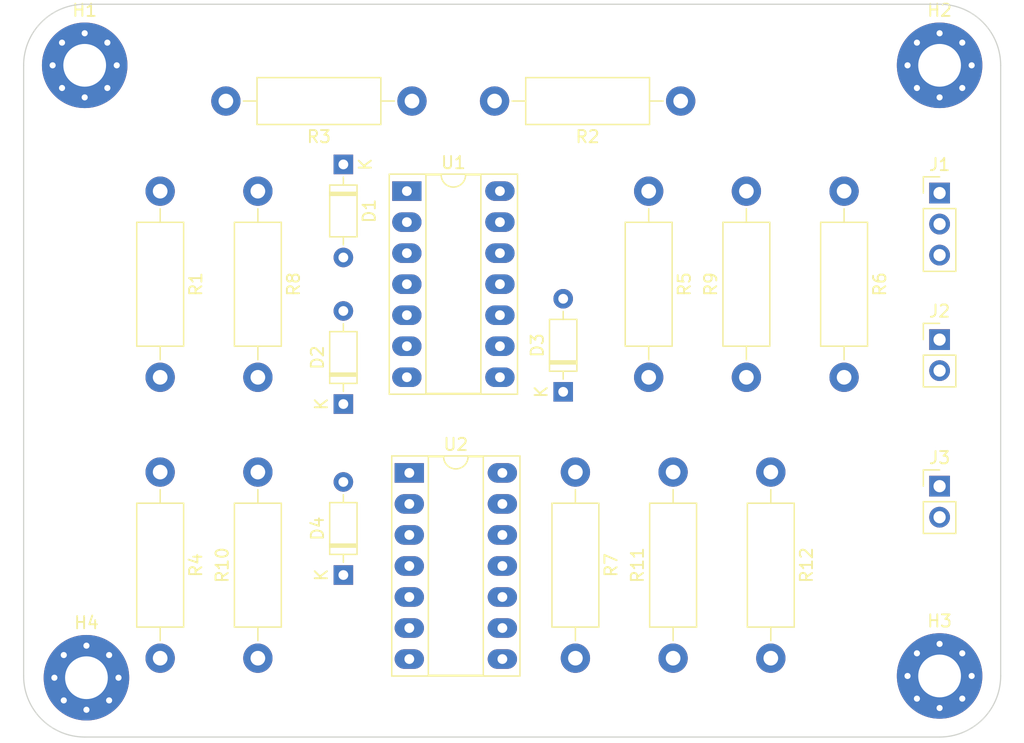
<source format=kicad_pcb>
(kicad_pcb (version 20221018) (generator pcbnew)
  (layers (0 "F.Cu" signal) (31 "B.Cu" signal) (34 "B.Paste" user) (35 "F.Paste" user) (36 "B.SilkS" user "B.Silkscreen") (37 "F.SilkS" user "F.Silkscreen") (38 "B.Mask" user) (39 "F.Mask" user) (44 "Edge.Cuts" user))
  (net 0 "")
  (net 1 "Net-(D1-K)")
  (net 2 "Net-(D1-A)")
  (net 3 "Net-(D2-K)")
  (net 4 "Net-(D2-A)")
  (net 5 "Net-(D3-K)")
  (net 6 "Net-(D3-A)")
  (net 7 "Net-(D4-K)")
  (net 8 "Net-(D4-A)")
  (net 9 "Input 1")
  (net 10 "Input 2")
  (net 11 "Output")
  (net 12 "GND")
  (net 13 "Net-(U2A-+)")
  (net 14 "+3V0")
  (net 15 "Net-(U1D-+)")
  (net 16 "Net-(R11-Pad1)")
  (net 17 "Net-(R8-Pad1)")
  (net 18 "Net-(U2C-+)")
  (net 19 "VCC")
  (net 20 "VDD")
  (footprint "Diode_THT:D_DO-35_SOD27_P7.62mm_Horizontal" (layer "F.Cu") (at 196.18 124.735 90)
    (fp_text reference "D4" (at 3.81 -2.12 90) (layer "F.SilkS"))
    (fp_text value "1N4148")
    (fp_text user "K" (at 0 -1.8 90) (layer "F.SilkS"))
    (fp_line (start 1.04 0) (end 1.69 0) (stroke (width 0.12)) (layer "F.SilkS"))
    (fp_line (start 1.69 -1.12) (end 1.69 1.12) (stroke (width 0.12)) (layer "F.SilkS"))
    (fp_line (start 1.69 1.12) (end 5.93 1.12) (stroke (width 0.12)) (layer "F.SilkS"))
    (fp_line (start 2.29 -1.12) (end 2.29 1.12) (stroke (width 0.12)) (layer "F.SilkS"))
    (fp_line (start 2.41 -1.12) (end 2.41 1.12) (stroke (width 0.12)) (layer "F.SilkS"))
    (fp_line (start 2.53 -1.12) (end 2.53 1.12) (stroke (width 0.12)) (layer "F.SilkS"))
    (fp_line (start 5.93 -1.12) (end 1.69 -1.12) (stroke (width 0.12)) (layer "F.SilkS"))
    (fp_line (start 5.93 1.12) (end 5.93 -1.12) (stroke (width 0.12)) (layer "F.SilkS"))
    (fp_line (start 6.58 0) (end 5.93 0) (stroke (width 0.12)) (layer "F.SilkS"))
    (pad "1" thru_hole rect (at 0 0 90) (size 1.6 1.6) (drill 0.8) (layers "*.Cu" "*.Mask") (net 7 "Net-(D4-K)"))
    (pad "2" thru_hole oval (at 7.62 0 90) (size 1.6 1.6) (drill 0.8) (layers "*.Cu" "*.Mask") (net 8 "Net-(D4-A)"))
  )
  (footprint "Connector_PinHeader_2.54mm:PinHeader_1x03_P2.54mm_Vertical" (layer "F.Cu") (at 245 93.46)
    (fp_text reference "J1" (at 0 -2.33) (layer "F.SilkS"))
    (fp_text value "Conn_01x03_Pin")
    (fp_line (start -1.33 -1.33) (end 0 -1.33) (stroke (width 0.12)) (layer "F.SilkS"))
    (fp_line (start -1.33 0) (end -1.33 -1.33) (stroke (width 0.12)) (layer "F.SilkS"))
    (fp_line (start -1.33 1.27) (end -1.33 6.41) (stroke (width 0.12)) (layer "F.SilkS"))
    (fp_line (start -1.33 1.27) (end 1.33 1.27) (stroke (width 0.12)) (layer "F.SilkS"))
    (fp_line (start -1.33 6.41) (end 1.33 6.41) (stroke (width 0.12)) (layer "F.SilkS"))
    (fp_line (start 1.33 1.27) (end 1.33 6.41) (stroke (width 0.12)) (layer "F.SilkS"))
    (pad "1" thru_hole rect (at 0 0) (size 1.7 1.7) (drill 1) (layers "*.Cu" "*.Mask") (net 9 "Input 1"))
    (pad "2" thru_hole oval (at 0 2.54) (size 1.7 1.7) (drill 1) (layers "*.Cu" "*.Mask") (net 10 "Input 2"))
    (pad "3" thru_hole oval (at 0 5.08) (size 1.7 1.7) (drill 1) (layers "*.Cu" "*.Mask") (net 11 "Output"))
  )
  (footprint "Resistor_THT:R_Axial_DIN0411_L9.9mm_D3.6mm_P15.24mm_Horizontal" (layer "F.Cu") (at 237.18 93.305 -90)
    (fp_text reference "R6" (at 7.62 -2.92 90) (layer "F.SilkS"))
    (fp_text value "R_Small")
    (fp_line (start 1.44 0) (end 2.55 0) (stroke (width 0.12)) (layer "F.SilkS"))
    (fp_line (start 2.55 -1.92) (end 2.55 1.92) (stroke (width 0.12)) (layer "F.SilkS"))
    (fp_line (start 2.55 1.92) (end 12.69 1.92) (stroke (width 0.12)) (layer "F.SilkS"))
    (fp_line (start 12.69 -1.92) (end 2.55 -1.92) (stroke (width 0.12)) (layer "F.SilkS"))
    (fp_line (start 12.69 1.92) (end 12.69 -1.92) (stroke (width 0.12)) (layer "F.SilkS"))
    (fp_line (start 13.8 0) (end 12.69 0) (stroke (width 0.12)) (layer "F.SilkS"))
    (pad "1" thru_hole circle (at 0 0 270) (size 2.4 2.4) (drill 1.2) (layers "*.Cu" "*.Mask") (net 5 "Net-(D3-K)"))
    (pad "2" thru_hole oval (at 15.24 0 270) (size 2.4 2.4) (drill 1.2) (layers "*.Cu" "*.Mask") (net 15 "Net-(U1D-+)"))
  )
  (footprint "Diode_THT:D_DO-35_SOD27_P7.62mm_Horizontal" (layer "F.Cu") (at 214.18 109.735 90)
    (fp_text reference "D3" (at 3.81 -2.12 90) (layer "F.SilkS"))
    (fp_text value "1N4148")
    (fp_text user "K" (at 0 -1.8 90) (layer "F.SilkS"))
    (fp_line (start 1.04 0) (end 1.69 0) (stroke (width 0.12)) (layer "F.SilkS"))
    (fp_line (start 1.69 -1.12) (end 1.69 1.12) (stroke (width 0.12)) (layer "F.SilkS"))
    (fp_line (start 1.69 1.12) (end 5.93 1.12) (stroke (width 0.12)) (layer "F.SilkS"))
    (fp_line (start 2.29 -1.12) (end 2.29 1.12) (stroke (width 0.12)) (layer "F.SilkS"))
    (fp_line (start 2.41 -1.12) (end 2.41 1.12) (stroke (width 0.12)) (layer "F.SilkS"))
    (fp_line (start 2.53 -1.12) (end 2.53 1.12) (stroke (width 0.12)) (layer "F.SilkS"))
    (fp_line (start 5.93 -1.12) (end 1.69 -1.12) (stroke (width 0.12)) (layer "F.SilkS"))
    (fp_line (start 5.93 1.12) (end 5.93 -1.12) (stroke (width 0.12)) (layer "F.SilkS"))
    (fp_line (start 6.58 0) (end 5.93 0) (stroke (width 0.12)) (layer "F.SilkS"))
    (pad "1" thru_hole rect (at 0 0 90) (size 1.6 1.6) (drill 0.8) (layers "*.Cu" "*.Mask") (net 5 "Net-(D3-K)"))
    (pad "2" thru_hole oval (at 7.62 0 90) (size 1.6 1.6) (drill 0.8) (layers "*.Cu" "*.Mask") (net 6 "Net-(D3-A)"))
  )
  (footprint "Resistor_THT:R_Axial_DIN0411_L9.9mm_D3.6mm_P15.24mm_Horizontal" (layer "F.Cu") (at 189.18 131.545 90)
    (fp_text reference "R10" (at 7.62 -2.92 90) (layer "F.SilkS"))
    (fp_text value "R_Small")
    (fp_line (start 1.44 0) (end 2.55 0) (stroke (width 0.12)) (layer "F.SilkS"))
    (fp_line (start 2.55 -1.92) (end 2.55 1.92) (stroke (width 0.12)) (layer "F.SilkS"))
    (fp_line (start 2.55 1.92) (end 12.69 1.92) (stroke (width 0.12)) (layer "F.SilkS"))
    (fp_line (start 12.69 -1.92) (end 2.55 -1.92) (stroke (width 0.12)) (layer "F.SilkS"))
    (fp_line (start 12.69 1.92) (end 12.69 -1.92) (stroke (width 0.12)) (layer "F.SilkS"))
    (fp_line (start 13.8 0) (end 12.69 0) (stroke (width 0.12)) (layer "F.SilkS"))
    (pad "1" thru_hole circle (at 0 0 90) (size 2.4 2.4) (drill 1.2) (layers "*.Cu" "*.Mask") (net 13 "Net-(U2A-+)"))
    (pad "2" thru_hole oval (at 15.24 0 90) (size 2.4 2.4) (drill 1.2) (layers "*.Cu" "*.Mask") (net 8 "Net-(D4-A)"))
  )
  (footprint "Package_DIP:DIP-14_W7.62mm_Socket_LongPads" (layer "F.Cu") (at 201.38 93.3)
    (fp_text reference "U1" (at 3.81 -2.33) (layer "F.SilkS"))
    (fp_text value "TL084")
    (fp_line (start -1.44 -1.39) (end -1.44 16.63) (stroke (width 0.12)) (layer "F.SilkS"))
    (fp_line (start -1.44 16.63) (end 9.06 16.63) (stroke (width 0.12)) (layer "F.SilkS"))
    (fp_line (start 1.56 -1.33) (end 1.56 16.57) (stroke (width 0.12)) (layer "F.SilkS"))
    (fp_line (start 1.56 16.57) (end 6.06 16.57) (stroke (width 0.12)) (layer "F.SilkS"))
    (fp_line (start 2.81 -1.33) (end 1.56 -1.33) (stroke (width 0.12)) (layer "F.SilkS"))
    (fp_line (start 6.06 -1.33) (end 4.81 -1.33) (stroke (width 0.12)) (layer "F.SilkS"))
    (fp_line (start 6.06 16.57) (end 6.06 -1.33) (stroke (width 0.12)) (layer "F.SilkS"))
    (fp_line (start 9.06 -1.39) (end -1.44 -1.39) (stroke (width 0.12)) (layer "F.SilkS"))
    (fp_line (start 9.06 16.63) (end 9.06 -1.39) (stroke (width 0.12)) (layer "F.SilkS"))
    (fp_arc (start 4.81 -1.33) (mid 3.81 -0.33) (end 2.81 -1.33) (stroke (width 0.12)) (layer "F.SilkS"))
    (pad "1" thru_hole rect (at 0 0) (size 2.4 1.6) (drill 0.8) (layers "*.Cu" "*.Mask") (net 1 "Net-(D1-K)"))
    (pad "2" thru_hole oval (at 0 2.54) (size 2.4 1.6) (drill 0.8) (layers "*.Cu" "*.Mask") (net 12 "GND"))
    (pad "3" thru_hole oval (at 0 5.08) (size 2.4 1.6) (drill 0.8) (layers "*.Cu" "*.Mask") (net 2 "Net-(D1-A)"))
    (pad "4" thru_hole oval (at 0 7.62) (size 2.4 1.6) (drill 0.8) (layers "*.Cu" "*.Mask") (net 19 "VCC"))
    (pad "5" thru_hole oval (at 0 10.16) (size 2.4 1.6) (drill 0.8) (layers "*.Cu" "*.Mask") (net 4 "Net-(D2-A)"))
    (pad "6" thru_hole oval (at 0 12.7) (size 2.4 1.6) (drill 0.8) (layers "*.Cu" "*.Mask") (net 12 "GND"))
    (pad "7" thru_hole oval (at 0 15.24) (size 2.4 1.6) (drill 0.8) (layers "*.Cu" "*.Mask") (net 3 "Net-(D2-K)"))
    (pad "8" thru_hole oval (at 7.62 15.24) (size 2.4 1.6) (drill 0.8) (layers "*.Cu" "*.Mask") (net 5 "Net-(D3-K)"))
    (pad "9" thru_hole oval (at 7.62 12.7) (size 2.4 1.6) (drill 0.8) (layers "*.Cu" "*.Mask") (net 12 "GND"))
    (pad "10" thru_hole oval (at 7.62 10.16) (size 2.4 1.6) (drill 0.8) (layers "*.Cu" "*.Mask") (net 6 "Net-(D3-A)"))
    (pad "11" thru_hole oval (at 7.62 7.62) (size 2.4 1.6) (drill 0.8) (layers "*.Cu" "*.Mask") (net 20 "VDD"))
    (pad "12" thru_hole oval (at 7.62 5.08) (size 2.4 1.6) (drill 0.8) (layers "*.Cu" "*.Mask") (net 15 "Net-(U1D-+)"))
    (pad "13" thru_hole oval (at 7.62 2.54) (size 2.4 1.6) (drill 0.8) (layers "*.Cu" "*.Mask") (net 12 "GND"))
    (pad "14" thru_hole oval (at 7.62 0) (size 2.4 1.6) (drill 0.8) (layers "*.Cu" "*.Mask") (net 17 "Net-(R8-Pad1)"))
  )
  (footprint "Resistor_THT:R_Axial_DIN0411_L9.9mm_D3.6mm_P15.24mm_Horizontal" (layer "F.Cu") (at 215.18 116.305 -90)
    (fp_text reference "R7" (at 7.62 -2.92 90) (layer "F.SilkS"))
    (fp_text value "R_Small")
    (fp_line (start 1.44 0) (end 2.55 0) (stroke (width 0.12)) (layer "F.SilkS"))
    (fp_line (start 2.55 -1.92) (end 2.55 1.92) (stroke (width 0.12)) (layer "F.SilkS"))
    (fp_line (start 2.55 1.92) (end 12.69 1.92) (stroke (width 0.12)) (layer "F.SilkS"))
    (fp_line (start 12.69 -1.92) (end 2.55 -1.92) (stroke (width 0.12)) (layer "F.SilkS"))
    (fp_line (start 12.69 1.92) (end 12.69 -1.92) (stroke (width 0.12)) (layer "F.SilkS"))
    (fp_line (start 13.8 0) (end 12.69 0) (stroke (width 0.12)) (layer "F.SilkS"))
    (pad "1" thru_hole circle (at 0 0 270) (size 2.4 2.4) (drill 1.2) (layers "*.Cu" "*.Mask") (net 7 "Net-(D4-K)"))
    (pad "2" thru_hole oval (at 15.24 0 270) (size 2.4 2.4) (drill 1.2) (layers "*.Cu" "*.Mask") (net 16 "Net-(R11-Pad1)"))
  )
  (footprint "Resistor_THT:R_Axial_DIN0411_L9.9mm_D3.6mm_P15.24mm_Horizontal" (layer "F.Cu") (at 181.18 116.305 -90)
    (fp_text reference "R4" (at 7.62 -2.92 -90) (layer "F.SilkS"))
    (fp_text value "R_Small")
    (fp_line (start 1.44 0) (end 2.55 0) (stroke (width 0.12)) (layer "F.SilkS"))
    (fp_line (start 2.55 -1.92) (end 2.55 1.92) (stroke (width 0.12)) (layer "F.SilkS"))
    (fp_line (start 2.55 1.92) (end 12.69 1.92) (stroke (width 0.12)) (layer "F.SilkS"))
    (fp_line (start 12.69 -1.92) (end 2.55 -1.92) (stroke (width 0.12)) (layer "F.SilkS"))
    (fp_line (start 12.69 1.92) (end 12.69 -1.92) (stroke (width 0.12)) (layer "F.SilkS"))
    (fp_line (start 13.8 0) (end 12.69 0) (stroke (width 0.12)) (layer "F.SilkS"))
    (pad "1" thru_hole circle (at 0 0 270) (size 2.4 2.4) (drill 1.2) (layers "*.Cu" "*.Mask") (net 3 "Net-(D2-K)"))
    (pad "2" thru_hole oval (at 15.24 0 270) (size 2.4 2.4) (drill 1.2) (layers "*.Cu" "*.Mask") (net 13 "Net-(U2A-+)"))
  )
  (footprint "MountingHole:MountingHole_3.5mm_Pad_Via" (layer "F.Cu") (at 245 133)
    (fp_text reference "H3" (at 0 -4.5) (layer "F.SilkS"))
    (fp_text value "MountingHole_Pad")
    (pad "1" thru_hole circle (at -2.625 0) (size 0.8 0.8) (drill 0.5) (layers "*.Cu" "*.Mask") (net 12 "GND"))
    (pad "1" thru_hole circle (at -1.856155 -1.856155) (size 0.8 0.8) (drill 0.5) (layers "*.Cu" "*.Mask") (net 12 "GND"))
    (pad "1" thru_hole circle (at -1.856155 1.856155) (size 0.8 0.8) (drill 0.5) (layers "*.Cu" "*.Mask") (net 12 "GND"))
    (pad "1" thru_hole circle (at 0 -2.625) (size 0.8 0.8) (drill 0.5) (layers "*.Cu" "*.Mask") (net 12 "GND"))
    (pad "1" thru_hole circle (at 0 0) (size 7 7) (drill 3.5) (layers "*.Cu" "*.Mask") (net 12 "GND"))
    (pad "1" thru_hole circle (at 0 2.625) (size 0.8 0.8) (drill 0.5) (layers "*.Cu" "*.Mask") (net 12 "GND"))
    (pad "1" thru_hole circle (at 1.856155 -1.856155) (size 0.8 0.8) (drill 0.5) (layers "*.Cu" "*.Mask") (net 12 "GND"))
    (pad "1" thru_hole circle (at 1.856155 1.856155) (size 0.8 0.8) (drill 0.5) (layers "*.Cu" "*.Mask") (net 12 "GND"))
    (pad "1" thru_hole circle (at 2.625 0) (size 0.8 0.8) (drill 0.5) (layers "*.Cu" "*.Mask") (net 12 "GND"))
  )
  (footprint "Diode_THT:D_DO-35_SOD27_P7.62mm_Horizontal" (layer "F.Cu") (at 196.18 110.735 90)
    (fp_text reference "D2" (at 3.81 -2.12 90) (layer "F.SilkS"))
    (fp_text value "1N4148")
    (fp_text user "K" (at 0 -1.8 90) (layer "F.SilkS"))
    (fp_line (start 1.04 0) (end 1.69 0) (stroke (width 0.12)) (layer "F.SilkS"))
    (fp_line (start 1.69 -1.12) (end 1.69 1.12) (stroke (width 0.12)) (layer "F.SilkS"))
    (fp_line (start 1.69 1.12) (end 5.93 1.12) (stroke (width 0.12)) (layer "F.SilkS"))
    (fp_line (start 2.29 -1.12) (end 2.29 1.12) (stroke (width 0.12)) (layer "F.SilkS"))
    (fp_line (start 2.41 -1.12) (end 2.41 1.12) (stroke (width 0.12)) (layer "F.SilkS"))
    (fp_line (start 2.53 -1.12) (end 2.53 1.12) (stroke (width 0.12)) (layer "F.SilkS"))
    (fp_line (start 5.93 -1.12) (end 1.69 -1.12) (stroke (width 0.12)) (layer "F.SilkS"))
    (fp_line (start 5.93 1.12) (end 5.93 -1.12) (stroke (width 0.12)) (layer "F.SilkS"))
    (fp_line (start 6.58 0) (end 5.93 0) (stroke (width 0.12)) (layer "F.SilkS"))
    (pad "1" thru_hole rect (at 0 0 90) (size 1.6 1.6) (drill 0.8) (layers "*.Cu" "*.Mask") (net 3 "Net-(D2-K)"))
    (pad "2" thru_hole oval (at 7.62 0 90) (size 1.6 1.6) (drill 0.8) (layers "*.Cu" "*.Mask") (net 4 "Net-(D2-A)"))
  )
  (footprint "Resistor_THT:R_Axial_DIN0411_L9.9mm_D3.6mm_P15.24mm_Horizontal" (layer "F.Cu") (at 229.18 108.545 90)
    (fp_text reference "R9" (at 7.62 -2.92 90) (layer "F.SilkS"))
    (fp_text value "R_Small")
    (fp_line (start 1.44 0) (end 2.55 0) (stroke (width 0.12)) (layer "F.SilkS"))
    (fp_line (start 2.55 -1.92) (end 2.55 1.92) (stroke (width 0.12)) (layer "F.SilkS"))
    (fp_line (start 2.55 1.92) (end 12.69 1.92) (stroke (width 0.12)) (layer "F.SilkS"))
    (fp_line (start 12.69 -1.92) (end 2.55 -1.92) (stroke (width 0.12)) (layer "F.SilkS"))
    (fp_line (start 12.69 1.92) (end 12.69 -1.92) (stroke (width 0.12)) (layer "F.SilkS"))
    (fp_line (start 13.8 0) (end 12.69 0) (stroke (width 0.12)) (layer "F.SilkS"))
    (pad "1" thru_hole circle (at 0 0 90) (size 2.4 2.4) (drill 1.2) (layers "*.Cu" "*.Mask") (net 15 "Net-(U1D-+)"))
    (pad "2" thru_hole oval (at 15.24 0 90) (size 2.4 2.4) (drill 1.2) (layers "*.Cu" "*.Mask") (net 17 "Net-(R8-Pad1)"))
  )
  (footprint "MountingHole:MountingHole_3.5mm_Pad_Via" (layer "F.Cu") (at 245 83)
    (fp_text reference "H2" (at 0 -4.5) (layer "F.SilkS"))
    (fp_text value "MountingHole_Pad")
    (pad "1" thru_hole circle (at -2.625 0) (size 0.8 0.8) (drill 0.5) (layers "*.Cu" "*.Mask") (net 12 "GND"))
    (pad "1" thru_hole circle (at -1.856155 -1.856155) (size 0.8 0.8) (drill 0.5) (layers "*.Cu" "*.Mask") (net 12 "GND"))
    (pad "1" thru_hole circle (at -1.856155 1.856155) (size 0.8 0.8) (drill 0.5) (layers "*.Cu" "*.Mask") (net 12 "GND"))
    (pad "1" thru_hole circle (at 0 -2.625) (size 0.8 0.8) (drill 0.5) (layers "*.Cu" "*.Mask") (net 12 "GND"))
    (pad "1" thru_hole circle (at 0 0) (size 7 7) (drill 3.5) (layers "*.Cu" "*.Mask") (net 12 "GND"))
    (pad "1" thru_hole circle (at 0 2.625) (size 0.8 0.8) (drill 0.5) (layers "*.Cu" "*.Mask") (net 12 "GND"))
    (pad "1" thru_hole circle (at 1.856155 -1.856155) (size 0.8 0.8) (drill 0.5) (layers "*.Cu" "*.Mask") (net 12 "GND"))
    (pad "1" thru_hole circle (at 1.856155 1.856155) (size 0.8 0.8) (drill 0.5) (layers "*.Cu" "*.Mask") (net 12 "GND"))
    (pad "1" thru_hole circle (at 2.625 0) (size 0.8 0.8) (drill 0.5) (layers "*.Cu" "*.Mask") (net 12 "GND"))
  )
  (footprint "Resistor_THT:R_Axial_DIN0411_L9.9mm_D3.6mm_P15.24mm_Horizontal" (layer "F.Cu") (at 223.8 85.925 180)
    (fp_text reference "R2" (at 7.62 -2.92 180) (layer "F.SilkS"))
    (fp_text value "R_Small")
    (fp_line (start 1.44 0) (end 2.55 0) (stroke (width 0.12)) (layer "F.SilkS"))
    (fp_line (start 2.55 -1.92) (end 2.55 1.92) (stroke (width 0.12)) (layer "F.SilkS"))
    (fp_line (start 2.55 1.92) (end 12.69 1.92) (stroke (width 0.12)) (layer "F.SilkS"))
    (fp_line (start 12.69 -1.92) (end 2.55 -1.92) (stroke (width 0.12)) (layer "F.SilkS"))
    (fp_line (start 12.69 1.92) (end 12.69 -1.92) (stroke (width 0.12)) (layer "F.SilkS"))
    (fp_line (start 13.8 0) (end 12.69 0) (stroke (width 0.12)) (layer "F.SilkS"))
    (pad "1" thru_hole circle (at 0 0 180) (size 2.4 2.4) (drill 1.2) (layers "*.Cu" "*.Mask") (net 9 "Input 1"))
    (pad "2" thru_hole oval (at 15.24 0 180) (size 2.4 2.4) (drill 1.2) (layers "*.Cu" "*.Mask") (net 2 "Net-(D1-A)"))
  )
  (footprint "Package_DIP:DIP-14_W7.62mm_Socket_LongPads" (layer "F.Cu") (at 201.58 116.375)
    (fp_text reference "U2" (at 3.81 -2.33) (layer "F.SilkS"))
    (fp_text value "TL084")
    (fp_line (start -1.44 -1.39) (end -1.44 16.63) (stroke (width 0.12)) (layer "F.SilkS"))
    (fp_line (start -1.44 16.63) (end 9.06 16.63) (stroke (width 0.12)) (layer "F.SilkS"))
    (fp_line (start 1.56 -1.33) (end 1.56 16.57) (stroke (width 0.12)) (layer "F.SilkS"))
    (fp_line (start 1.56 16.57) (end 6.06 16.57) (stroke (width 0.12)) (layer "F.SilkS"))
    (fp_line (start 2.81 -1.33) (end 1.56 -1.33) (stroke (width 0.12)) (layer "F.SilkS"))
    (fp_line (start 6.06 -1.33) (end 4.81 -1.33) (stroke (width 0.12)) (layer "F.SilkS"))
    (fp_line (start 6.06 16.57) (end 6.06 -1.33) (stroke (width 0.12)) (layer "F.SilkS"))
    (fp_line (start 9.06 -1.39) (end -1.44 -1.39) (stroke (width 0.12)) (layer "F.SilkS"))
    (fp_line (start 9.06 16.63) (end 9.06 -1.39) (stroke (width 0.12)) (layer "F.SilkS"))
    (fp_arc (start 4.81 -1.33) (mid 3.81 -0.33) (end 2.81 -1.33) (stroke (width 0.12)) (layer "F.SilkS"))
    (pad "1" thru_hole rect (at 0 0) (size 2.4 1.6) (drill 0.8) (layers "*.Cu" "*.Mask") (net 8 "Net-(D4-A)"))
    (pad "2" thru_hole oval (at 0 2.54) (size 2.4 1.6) (drill 0.8) (layers "*.Cu" "*.Mask") (net 12 "GND"))
    (pad "3" thru_hole oval (at 0 5.08) (size 2.4 1.6) (drill 0.8) (layers "*.Cu" "*.Mask") (net 13 "Net-(U2A-+)"))
    (pad "4" thru_hole oval (at 0 7.62) (size 2.4 1.6) (drill 0.8) (layers "*.Cu" "*.Mask") (net 19 "VCC"))
    (pad "5" thru_hole oval (at 0 10.16) (size 2.4 1.6) (drill 0.8) (layers "*.Cu" "*.Mask") (net 7 "Net-(D4-K)"))
    (pad "6" thru_hole oval (at 0 12.7) (size 2.4 1.6) (drill 0.8) (layers "*.Cu" "*.Mask") (net 12 "GND"))
    (pad "7" thru_hole oval (at 0 15.24) (size 2.4 1.6) (drill 0.8) (layers "*.Cu" "*.Mask") (net 16 "Net-(R11-Pad1)"))
    (pad "8" thru_hole oval (at 7.62 15.24) (size 2.4 1.6) (drill 0.8) (layers "*.Cu" "*.Mask") (net 11 "Output"))
    (pad "9" thru_hole oval (at 7.62 12.7) (size 2.4 1.6) (drill 0.8) (layers "*.Cu" "*.Mask") (net 12 "GND"))
    (pad "10" thru_hole oval (at 7.62 10.16) (size 2.4 1.6) (drill 0.8) (layers "*.Cu" "*.Mask") (net 18 "Net-(U2C-+)"))
    (pad "11" thru_hole oval (at 7.62 7.62) (size 2.4 1.6) (drill 0.8) (layers "*.Cu" "*.Mask") (net 20 "VDD"))
    (pad "12" thru_hole oval (at 7.62 5.08) (size 2.4 1.6) (drill 0.8) (layers "*.Cu" "*.Mask"))
    (pad "13" thru_hole oval (at 7.62 2.54) (size 2.4 1.6) (drill 0.8) (layers "*.Cu" "*.Mask"))
    (pad "14" thru_hole oval (at 7.62 0) (size 2.4 1.6) (drill 0.8) (layers "*.Cu" "*.Mask"))
  )
  (footprint "Resistor_THT:R_Axial_DIN0411_L9.9mm_D3.6mm_P15.24mm_Horizontal" (layer "F.Cu") (at 201.8 85.925 180)
    (fp_text reference "R3" (at 7.62 -2.92 180) (layer "F.SilkS"))
    (fp_text value "R_Small")
    (fp_line (start 1.44 0) (end 2.55 0) (stroke (width 0.12)) (layer "F.SilkS"))
    (fp_line (start 2.55 -1.92) (end 2.55 1.92) (stroke (width 0.12)) (layer "F.SilkS"))
    (fp_line (start 2.55 1.92) (end 12.69 1.92) (stroke (width 0.12)) (layer "F.SilkS"))
    (fp_line (start 12.69 -1.92) (end 2.55 -1.92) (stroke (width 0.12)) (layer "F.SilkS"))
    (fp_line (start 12.69 1.92) (end 12.69 -1.92) (stroke (width 0.12)) (layer "F.SilkS"))
    (fp_line (start 13.8 0) (end 12.69 0) (stroke (width 0.12)) (layer "F.SilkS"))
    (pad "1" thru_hole circle (at 0 0 180) (size 2.4 2.4) (drill 1.2) (layers "*.Cu" "*.Mask") (net 10 "Input 2"))
    (pad "2" thru_hole oval (at 15.24 0 180) (size 2.4 2.4) (drill 1.2) (layers "*.Cu" "*.Mask") (net 4 "Net-(D2-A)"))
  )
  (footprint "Resistor_THT:R_Axial_DIN0411_L9.9mm_D3.6mm_P15.24mm_Horizontal" (layer "F.Cu") (at 189.18 93.305 -90)
    (fp_text reference "R8" (at 7.62 -2.92 90) (layer "F.SilkS"))
    (fp_text value "R_Small")
    (fp_line (start 1.44 0) (end 2.55 0) (stroke (width 0.12)) (layer "F.SilkS"))
    (fp_line (start 2.55 -1.92) (end 2.55 1.92) (stroke (width 0.12)) (layer "F.SilkS"))
    (fp_line (start 2.55 1.92) (end 12.69 1.92) (stroke (width 0.12)) (layer "F.SilkS"))
    (fp_line (start 12.69 -1.92) (end 2.55 -1.92) (stroke (width 0.12)) (layer "F.SilkS"))
    (fp_line (start 12.69 1.92) (end 12.69 -1.92) (stroke (width 0.12)) (layer "F.SilkS"))
    (fp_line (start 13.8 0) (end 12.69 0) (stroke (width 0.12)) (layer "F.SilkS"))
    (pad "1" thru_hole circle (at 0 0 270) (size 2.4 2.4) (drill 1.2) (layers "*.Cu" "*.Mask") (net 17 "Net-(R8-Pad1)"))
    (pad "2" thru_hole oval (at 15.24 0 270) (size 2.4 2.4) (drill 1.2) (layers "*.Cu" "*.Mask") (net 13 "Net-(U2A-+)"))
  )
  (footprint "Resistor_THT:R_Axial_DIN0411_L9.9mm_D3.6mm_P15.24mm_Horizontal" (layer "F.Cu") (at 221.18 93.305 -90)
    (fp_text reference "R5" (at 7.62 -2.92 -90) (layer "F.SilkS"))
    (fp_text value "R_Small")
    (fp_line (start 1.44 0) (end 2.55 0) (stroke (width 0.12)) (layer "F.SilkS"))
    (fp_line (start 2.55 -1.92) (end 2.55 1.92) (stroke (width 0.12)) (layer "F.SilkS"))
    (fp_line (start 2.55 1.92) (end 12.69 1.92) (stroke (width 0.12)) (layer "F.SilkS"))
    (fp_line (start 12.69 -1.92) (end 2.55 -1.92) (stroke (width 0.12)) (layer "F.SilkS"))
    (fp_line (start 12.69 1.92) (end 12.69 -1.92) (stroke (width 0.12)) (layer "F.SilkS"))
    (fp_line (start 13.8 0) (end 12.69 0) (stroke (width 0.12)) (layer "F.SilkS"))
    (pad "1" thru_hole circle (at 0 0 270) (size 2.4 2.4) (drill 1.2) (layers "*.Cu" "*.Mask") (net 14 "+3V0"))
    (pad "2" thru_hole oval (at 15.24 0 270) (size 2.4 2.4) (drill 1.2) (layers "*.Cu" "*.Mask") (net 6 "Net-(D3-A)"))
  )
  (footprint "Connector_PinHeader_2.54mm:PinHeader_1x02_P2.54mm_Vertical" (layer "F.Cu") (at 245 105.46)
    (fp_text reference "J2" (at 0 -2.33) (layer "F.SilkS"))
    (fp_text value "Conn_01x02_Pin")
    (fp_line (start -1.33 -1.33) (end 0 -1.33) (stroke (width 0.12)) (layer "F.SilkS"))
    (fp_line (start -1.33 0) (end -1.33 -1.33) (stroke (width 0.12)) (layer "F.SilkS"))
    (fp_line (start -1.33 1.27) (end -1.33 3.87) (stroke (width 0.12)) (layer "F.SilkS"))
    (fp_line (start -1.33 1.27) (end 1.33 1.27) (stroke (width 0.12)) (layer "F.SilkS"))
    (fp_line (start -1.33 3.87) (end 1.33 3.87) (stroke (width 0.12)) (layer "F.SilkS"))
    (fp_line (start 1.33 1.27) (end 1.33 3.87) (stroke (width 0.12)) (layer "F.SilkS"))
    (pad "1" thru_hole rect (at 0 0) (size 1.7 1.7) (drill 1) (layers "*.Cu" "*.Mask") (net 14 "+3V0"))
    (pad "2" thru_hole oval (at 0 2.54) (size 1.7 1.7) (drill 1) (layers "*.Cu" "*.Mask") (net 12 "GND"))
  )
  (footprint "MountingHole:MountingHole_3.5mm_Pad_Via" (layer "F.Cu") (at 175.143845 133.143845)
    (fp_text reference "H4" (at 0 -4.5) (layer "F.SilkS"))
    (fp_text value "MountingHole_Pad")
    (pad "1" thru_hole circle (at -2.625 0) (size 0.8 0.8) (drill 0.5) (layers "*.Cu" "*.Mask") (net 12 "GND"))
    (pad "1" thru_hole circle (at -1.856155 -1.856155) (size 0.8 0.8) (drill 0.5) (layers "*.Cu" "*.Mask") (net 12 "GND"))
    (pad "1" thru_hole circle (at -1.856155 1.856155) (size 0.8 0.8) (drill 0.5) (layers "*.Cu" "*.Mask") (net 12 "GND"))
    (pad "1" thru_hole circle (at 0 -2.625) (size 0.8 0.8) (drill 0.5) (layers "*.Cu" "*.Mask") (net 12 "GND"))
    (pad "1" thru_hole circle (at 0 0) (size 7 7) (drill 3.5) (layers "*.Cu" "*.Mask") (net 12 "GND"))
    (pad "1" thru_hole circle (at 0 2.625) (size 0.8 0.8) (drill 0.5) (layers "*.Cu" "*.Mask") (net 12 "GND"))
    (pad "1" thru_hole circle (at 1.856155 -1.856155) (size 0.8 0.8) (drill 0.5) (layers "*.Cu" "*.Mask") (net 12 "GND"))
    (pad "1" thru_hole circle (at 1.856155 1.856155) (size 0.8 0.8) (drill 0.5) (layers "*.Cu" "*.Mask") (net 12 "GND"))
    (pad "1" thru_hole circle (at 2.625 0) (size 0.8 0.8) (drill 0.5) (layers "*.Cu" "*.Mask") (net 12 "GND"))
  )
  (footprint "Resistor_THT:R_Axial_DIN0411_L9.9mm_D3.6mm_P15.24mm_Horizontal" (layer "F.Cu") (at 223.18 131.545 90)
    (fp_text reference "R11" (at 7.62 -2.92 90) (layer "F.SilkS"))
    (fp_text value "R_Small")
    (fp_line (start 1.44 0) (end 2.55 0) (stroke (width 0.12)) (layer "F.SilkS"))
    (fp_line (start 2.55 -1.92) (end 2.55 1.92) (stroke (width 0.12)) (layer "F.SilkS"))
    (fp_line (start 2.55 1.92) (end 12.69 1.92) (stroke (width 0.12)) (layer "F.SilkS"))
    (fp_line (start 12.69 -1.92) (end 2.55 -1.92) (stroke (width 0.12)) (layer "F.SilkS"))
    (fp_line (start 12.69 1.92) (end 12.69 -1.92) (stroke (width 0.12)) (layer "F.SilkS"))
    (fp_line (start 13.8 0) (end 12.69 0) (stroke (width 0.12)) (layer "F.SilkS"))
    (pad "1" thru_hole circle (at 0 0 90) (size 2.4 2.4) (drill 1.2) (layers "*.Cu" "*.Mask") (net 16 "Net-(R11-Pad1)"))
    (pad "2" thru_hole oval (at 15.24 0 90) (size 2.4 2.4) (drill 1.2) (layers "*.Cu" "*.Mask") (net 18 "Net-(U2C-+)"))
  )
  (footprint "Diode_THT:D_DO-35_SOD27_P7.62mm_Horizontal" (layer "F.Cu") (at 196.18 91.115 -90)
    (fp_text reference "D1" (at 3.81 -2.12 90) (layer "F.SilkS"))
    (fp_text value "1N4148")
    (fp_text user "K" (at 0 -1.8 90) (layer "F.SilkS"))
    (fp_line (start 1.04 0) (end 1.69 0) (stroke (width 0.12)) (layer "F.SilkS"))
    (fp_line (start 1.69 -1.12) (end 1.69 1.12) (stroke (width 0.12)) (layer "F.SilkS"))
    (fp_line (start 1.69 1.12) (end 5.93 1.12) (stroke (width 0.12)) (layer "F.SilkS"))
    (fp_line (start 2.29 -1.12) (end 2.29 1.12) (stroke (width 0.12)) (layer "F.SilkS"))
    (fp_line (start 2.41 -1.12) (end 2.41 1.12) (stroke (width 0.12)) (layer "F.SilkS"))
    (fp_line (start 2.53 -1.12) (end 2.53 1.12) (stroke (width 0.12)) (layer "F.SilkS"))
    (fp_line (start 5.93 -1.12) (end 1.69 -1.12) (stroke (width 0.12)) (layer "F.SilkS"))
    (fp_line (start 5.93 1.12) (end 5.93 -1.12) (stroke (width 0.12)) (layer "F.SilkS"))
    (fp_line (start 6.58 0) (end 5.93 0) (stroke (width 0.12)) (layer "F.SilkS"))
    (pad "1" thru_hole rect (at 0 0 270) (size 1.6 1.6) (drill 0.8) (layers "*.Cu" "*.Mask") (net 1 "Net-(D1-K)"))
    (pad "2" thru_hole oval (at 7.62 0 270) (size 1.6 1.6) (drill 0.8) (layers "*.Cu" "*.Mask") (net 2 "Net-(D1-A)"))
  )
  (footprint "Resistor_THT:R_Axial_DIN0411_L9.9mm_D3.6mm_P15.24mm_Horizontal" (layer "F.Cu") (at 181.18 93.305 -90)
    (fp_text reference "R1" (at 7.62 -2.92 -90) (layer "F.SilkS"))
    (fp_text value "R_Small")
    (fp_line (start 1.44 0) (end 2.55 0) (stroke (width 0.12)) (layer "F.SilkS"))
    (fp_line (start 2.55 -1.92) (end 2.55 1.92) (stroke (width 0.12)) (layer "F.SilkS"))
    (fp_line (start 2.55 1.92) (end 12.69 1.92) (stroke (width 0.12)) (layer "F.SilkS"))
    (fp_line (start 12.69 -1.92) (end 2.55 -1.92) (stroke (width 0.12)) (layer "F.SilkS"))
    (fp_line (start 12.69 1.92) (end 12.69 -1.92) (stroke (width 0.12)) (layer "F.SilkS"))
    (fp_line (start 13.8 0) (end 12.69 0) (stroke (width 0.12)) (layer "F.SilkS"))
    (pad "1" thru_hole circle (at 0 0 270) (size 2.4 2.4) (drill 1.2) (layers "*.Cu" "*.Mask") (net 1 "Net-(D1-K)"))
    (pad "2" thru_hole oval (at 15.24 0 270) (size 2.4 2.4) (drill 1.2) (layers "*.Cu" "*.Mask") (net 13 "Net-(U2A-+)"))
  )
  (footprint "Resistor_THT:R_Axial_DIN0411_L9.9mm_D3.6mm_P15.24mm_Horizontal" (layer "F.Cu") (at 231.18 116.305 -90)
    (fp_text reference "R12" (at 7.62 -2.92 90) (layer "F.SilkS"))
    (fp_text value "R_Small")
    (fp_line (start 1.44 0) (end 2.55 0) (stroke (width 0.12)) (layer "F.SilkS"))
    (fp_line (start 2.55 -1.92) (end 2.55 1.92) (stroke (width 0.12)) (layer "F.SilkS"))
    (fp_line (start 2.55 1.92) (end 12.69 1.92) (stroke (width 0.12)) (layer "F.SilkS"))
    (fp_line (start 12.69 -1.92) (end 2.55 -1.92) (stroke (width 0.12)) (layer "F.SilkS"))
    (fp_line (start 12.69 1.92) (end 12.69 -1.92) (stroke (width 0.12)) (layer "F.SilkS"))
    (fp_line (start 13.8 0) (end 12.69 0) (stroke (width 0.12)) (layer "F.SilkS"))
    (pad "1" thru_hole circle (at 0 0 270) (size 2.4 2.4) (drill 1.2) (layers "*.Cu" "*.Mask") (net 18 "Net-(U2C-+)"))
    (pad "2" thru_hole oval (at 15.24 0 270) (size 2.4 2.4) (drill 1.2) (layers "*.Cu" "*.Mask") (net 11 "Output"))
  )
  (footprint "Connector_PinHeader_2.54mm:PinHeader_1x02_P2.54mm_Vertical" (layer "F.Cu") (at 245 117.46)
    (fp_text reference "J3" (at 0 -2.33) (layer "F.SilkS"))
    (fp_text value "Conn_01x02_Pin")
    (fp_line (start -1.33 -1.33) (end 0 -1.33) (stroke (width 0.12)) (layer "F.SilkS"))
    (fp_line (start -1.33 0) (end -1.33 -1.33) (stroke (width 0.12)) (layer "F.SilkS"))
    (fp_line (start -1.33 1.27) (end -1.33 3.87) (stroke (width 0.12)) (layer "F.SilkS"))
    (fp_line (start -1.33 1.27) (end 1.33 1.27) (stroke (width 0.12)) (layer "F.SilkS"))
    (fp_line (start -1.33 3.87) (end 1.33 3.87) (stroke (width 0.12)) (layer "F.SilkS"))
    (fp_line (start 1.33 1.27) (end 1.33 3.87) (stroke (width 0.12)) (layer "F.SilkS"))
    (pad "1" thru_hole rect (at 0 0) (size 1.7 1.7) (drill 1) (layers "*.Cu" "*.Mask") (net 19 "VCC"))
    (pad "2" thru_hole oval (at 0 2.54) (size 1.7 1.7) (drill 1) (layers "*.Cu" "*.Mask") (net 20 "VDD"))
  )
  (footprint "MountingHole:MountingHole_3.5mm_Pad_Via" (layer "F.Cu") (at 175 83)
    (fp_text reference "H1" (at 0 -4.5) (layer "F.SilkS"))
    (fp_text value "MountingHole_Pad")
    (pad "1" thru_hole circle (at -2.625 0) (size 0.8 0.8) (drill 0.5) (layers "*.Cu" "*.Mask") (net 12 "GND"))
    (pad "1" thru_hole circle (at -1.856155 -1.856155) (size 0.8 0.8) (drill 0.5) (layers "*.Cu" "*.Mask") (net 12 "GND"))
    (pad "1" thru_hole circle (at -1.856155 1.856155) (size 0.8 0.8) (drill 0.5) (layers "*.Cu" "*.Mask") (net 12 "GND"))
    (pad "1" thru_hole circle (at 0 -2.625) (size 0.8 0.8) (drill 0.5) (layers "*.Cu" "*.Mask") (net 12 "GND"))
    (pad "1" thru_hole circle (at 0 0) (size 7 7) (drill 3.5) (layers "*.Cu" "*.Mask") (net 12 "GND"))
    (pad "1" thru_hole circle (at 0 2.625) (size 0.8 0.8) (drill 0.5) (layers "*.Cu" "*.Mask") (net 12 "GND"))
    (pad "1" thru_hole circle (at 1.856155 -1.856155) (size 0.8 0.8) (drill 0.5) (layers "*.Cu" "*.Mask") (net 12 "GND"))
    (pad "1" thru_hole circle (at 1.856155 1.856155) (size 0.8 0.8) (drill 0.5) (layers "*.Cu" "*.Mask") (net 12 "GND"))
    (pad "1" thru_hole circle (at 2.625 0) (size 0.8 0.8) (drill 0.5) (layers "*.Cu" "*.Mask") (net 12 "GND"))
  )
  (gr_line (start 175 78) (end 245 78) (stroke (width 0.1)) (layer "Edge.Cuts"))
  (gr_arc (start 245 78) (mid 248.535534 79.464466) (end 250 83) (stroke (width 0.1)) (layer "Edge.Cuts"))
  (gr_arc (start 250 133) (mid 248.535534 136.535534) (end 245 138) (stroke (width 0.1)) (layer "Edge.Cuts"))
  (gr_arc (start 175 138) (mid 171.464466 136.535534) (end 170 133) (stroke (width 0.1)) (layer "Edge.Cuts"))
  (gr_line (start 170 133) (end 170 83) (stroke (width 0.1)) (layer "Edge.Cuts"))
  (gr_line (start 250 83) (end 250 133) (stroke (width 0.1)) (layer "Edge.Cuts"))
  (gr_line (start 245 138) (end 175 138) (stroke (width 0.1)) (layer "Edge.Cuts"))
  (gr_arc (start 170 83) (mid 171.464466 79.464466) (end 175 78) (stroke (width 0.1)) (layer "Edge.Cuts"))
)
</source>
